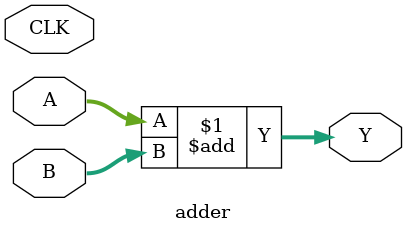
<source format=v>
`timescale 1ns / 1ps


module adder(
    input CLK,
    input [7:0] A,
    input [7:0] B,
    output [7:0] Y
    );
    assign Y = A + B;
endmodule

</source>
